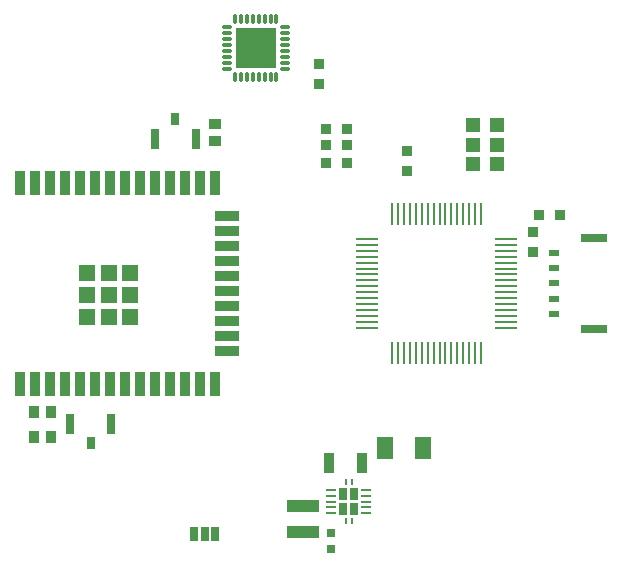
<source format=gtp>
G04*
G04 #@! TF.GenerationSoftware,Altium Limited,Altium Designer,22.3.1 (43)*
G04*
G04 Layer_Color=8421504*
%FSLAX25Y25*%
%MOIN*%
G70*
G04*
G04 #@! TF.SameCoordinates,81C90355-7C20-497C-A289-08F7F31E86F5*
G04*
G04*
G04 #@! TF.FilePolarity,Positive*
G04*
G01*
G75*
%ADD17R,0.02677X0.04134*%
%ADD18R,0.01024X0.01968*%
G04:AMPARAMS|DCode=19|XSize=11.02mil|YSize=33.47mil|CornerRadius=1.98mil|HoleSize=0mil|Usage=FLASHONLY|Rotation=0.000|XOffset=0mil|YOffset=0mil|HoleType=Round|Shape=RoundedRectangle|*
%AMROUNDEDRECTD19*
21,1,0.01102,0.02950,0,0,0.0*
21,1,0.00706,0.03347,0,0,0.0*
1,1,0.00397,0.00353,-0.01475*
1,1,0.00397,-0.00353,-0.01475*
1,1,0.00397,-0.00353,0.01475*
1,1,0.00397,0.00353,0.01475*
%
%ADD19ROUNDEDRECTD19*%
G04:AMPARAMS|DCode=20|XSize=11.02mil|YSize=33.47mil|CornerRadius=1.98mil|HoleSize=0mil|Usage=FLASHONLY|Rotation=270.000|XOffset=0mil|YOffset=0mil|HoleType=Round|Shape=RoundedRectangle|*
%AMROUNDEDRECTD20*
21,1,0.01102,0.02950,0,0,270.0*
21,1,0.00706,0.03347,0,0,270.0*
1,1,0.00397,-0.01475,-0.00353*
1,1,0.00397,-0.01475,0.00353*
1,1,0.00397,0.01475,0.00353*
1,1,0.00397,0.01475,-0.00353*
%
%ADD20ROUNDEDRECTD20*%
G04:AMPARAMS|DCode=21|XSize=135.83mil|YSize=135.83mil|CornerRadius=2.04mil|HoleSize=0mil|Usage=FLASHONLY|Rotation=180.000|XOffset=0mil|YOffset=0mil|HoleType=Round|Shape=RoundedRectangle|*
%AMROUNDEDRECTD21*
21,1,0.13583,0.13175,0,0,180.0*
21,1,0.13175,0.13583,0,0,180.0*
1,1,0.00408,-0.06588,0.06588*
1,1,0.00408,0.06588,0.06588*
1,1,0.00408,0.06588,-0.06588*
1,1,0.00408,-0.06588,-0.06588*
%
%ADD21ROUNDEDRECTD21*%
%ADD22R,0.08661X0.02953*%
%ADD23R,0.03543X0.02362*%
%ADD24R,0.10630X0.03937*%
%ADD25R,0.02500X0.05000*%
G04:AMPARAMS|DCode=26|XSize=9.06mil|YSize=31.5mil|CornerRadius=1mil|HoleSize=0mil|Usage=FLASHONLY|Rotation=90.000|XOffset=0mil|YOffset=0mil|HoleType=Round|Shape=RoundedRectangle|*
%AMROUNDEDRECTD26*
21,1,0.00906,0.02950,0,0,90.0*
21,1,0.00706,0.03150,0,0,90.0*
1,1,0.00200,0.01475,0.00353*
1,1,0.00200,0.01475,-0.00353*
1,1,0.00200,-0.01475,-0.00353*
1,1,0.00200,-0.01475,0.00353*
%
%ADD26ROUNDEDRECTD26*%
%ADD27R,0.04724X0.05118*%
%ADD28R,0.03150X0.06693*%
%ADD29R,0.03150X0.04331*%
%ADD30R,0.03543X0.03543*%
%ADD31R,0.00787X0.07284*%
G04:AMPARAMS|DCode=32|XSize=72.84mil|YSize=7.87mil|CornerRadius=0mil|HoleSize=0mil|Usage=FLASHONLY|Rotation=90.000|XOffset=0mil|YOffset=0mil|HoleType=Round|Shape=Octagon|*
%AMOCTAGOND32*
4,1,8,0.00197,0.03642,-0.00197,0.03642,-0.00394,0.03445,-0.00394,-0.03445,-0.00197,-0.03642,0.00197,-0.03642,0.00394,-0.03445,0.00394,0.03445,0.00197,0.03642,0.0*
%
%ADD32OCTAGOND32*%

%ADD33R,0.07284X0.00787*%
%ADD34R,0.05236X0.05236*%
%ADD35R,0.07874X0.03543*%
%ADD36R,0.03543X0.07874*%
%ADD37R,0.02756X0.02559*%
%ADD38R,0.05315X0.07480*%
%ADD39R,0.03740X0.06693*%
%ADD40R,0.03740X0.04134*%
%ADD41R,0.03543X0.04134*%
%ADD42R,0.04134X0.03543*%
%ADD43R,0.03543X0.03543*%
D17*
X165795Y62543D02*
D03*
X169339D02*
D03*
Y67543D02*
D03*
X165795D02*
D03*
D18*
X166583Y58626D02*
D03*
X168551D02*
D03*
Y71461D02*
D03*
X166583D02*
D03*
D19*
X143468Y225988D02*
D03*
X141500D02*
D03*
X139532D02*
D03*
X137563D02*
D03*
X135594D02*
D03*
X133626D02*
D03*
X131658D02*
D03*
X129689D02*
D03*
Y206500D02*
D03*
X131658D02*
D03*
X133626D02*
D03*
X135594D02*
D03*
X137563D02*
D03*
X139532D02*
D03*
X141500D02*
D03*
X143468D02*
D03*
D20*
X126835Y223134D02*
D03*
Y221165D02*
D03*
Y219197D02*
D03*
Y217228D02*
D03*
Y215260D02*
D03*
Y213291D02*
D03*
Y211323D02*
D03*
Y209354D02*
D03*
X146323D02*
D03*
Y211323D02*
D03*
Y213291D02*
D03*
Y215260D02*
D03*
Y217228D02*
D03*
Y219197D02*
D03*
Y221165D02*
D03*
Y223134D02*
D03*
D21*
X136579Y216244D02*
D03*
D22*
X249315Y152854D02*
D03*
Y122736D02*
D03*
D23*
X235929Y137795D02*
D03*
Y132677D02*
D03*
Y142913D02*
D03*
Y148031D02*
D03*
Y127559D02*
D03*
D24*
X152165Y63602D02*
D03*
Y54941D02*
D03*
D25*
X116000Y54227D02*
D03*
X119500D02*
D03*
X123000D02*
D03*
D26*
X173374Y68980D02*
D03*
Y67012D02*
D03*
Y65043D02*
D03*
Y63075D02*
D03*
Y61106D02*
D03*
X161760D02*
D03*
Y63075D02*
D03*
Y65043D02*
D03*
Y67012D02*
D03*
Y68980D02*
D03*
D27*
X209063Y184000D02*
D03*
X216937D02*
D03*
X209063Y177500D02*
D03*
X216937D02*
D03*
X209063Y190500D02*
D03*
X216937D02*
D03*
D28*
X116500Y186000D02*
D03*
X103114D02*
D03*
X88193Y91000D02*
D03*
X74807D02*
D03*
D29*
X109807Y192496D02*
D03*
X81500Y84504D02*
D03*
D30*
X166846Y178000D02*
D03*
X160154D02*
D03*
X166846Y189272D02*
D03*
X160154D02*
D03*
X166846Y184000D02*
D03*
X160154D02*
D03*
X231154Y160500D02*
D03*
X237846D02*
D03*
D31*
X187992Y114567D02*
D03*
X186024D02*
D03*
X189961D02*
D03*
X191929D02*
D03*
X193898D02*
D03*
X195866D02*
D03*
X197835D02*
D03*
X199803D02*
D03*
X201772D02*
D03*
X203740D02*
D03*
X205709D02*
D03*
X184055D02*
D03*
X211614D02*
D03*
X209646D02*
D03*
X207677D02*
D03*
X186024Y161024D02*
D03*
X184055D02*
D03*
X182087D02*
D03*
X209646D02*
D03*
X211614D02*
D03*
X187992D02*
D03*
X189961D02*
D03*
X191929D02*
D03*
X193898D02*
D03*
X195866D02*
D03*
X197835D02*
D03*
X199803D02*
D03*
X201772D02*
D03*
X203740D02*
D03*
X207677D02*
D03*
X205709D02*
D03*
D32*
X182087Y114567D02*
D03*
D33*
X220079Y148622D02*
D03*
Y150591D02*
D03*
Y152559D02*
D03*
Y125000D02*
D03*
Y123032D02*
D03*
Y146654D02*
D03*
Y144685D02*
D03*
Y142717D02*
D03*
Y140748D02*
D03*
Y138780D02*
D03*
Y136811D02*
D03*
Y134843D02*
D03*
Y132874D02*
D03*
Y130906D02*
D03*
Y126969D02*
D03*
Y128937D02*
D03*
X173622Y126969D02*
D03*
Y125000D02*
D03*
Y123032D02*
D03*
Y150591D02*
D03*
Y152559D02*
D03*
Y128937D02*
D03*
Y130906D02*
D03*
Y132874D02*
D03*
Y134843D02*
D03*
Y136811D02*
D03*
Y138780D02*
D03*
Y140748D02*
D03*
Y142717D02*
D03*
Y144685D02*
D03*
Y148622D02*
D03*
Y146654D02*
D03*
D34*
X94783Y141083D02*
D03*
Y133858D02*
D03*
Y126634D02*
D03*
X87559Y141083D02*
D03*
Y133858D02*
D03*
Y126634D02*
D03*
X80335Y141083D02*
D03*
Y133858D02*
D03*
Y126634D02*
D03*
D35*
X126969Y160295D02*
D03*
Y155295D02*
D03*
Y150295D02*
D03*
Y145295D02*
D03*
Y140295D02*
D03*
Y135295D02*
D03*
Y130295D02*
D03*
Y125295D02*
D03*
Y120295D02*
D03*
Y115295D02*
D03*
D36*
X58032Y171260D02*
D03*
X63032D02*
D03*
X68032D02*
D03*
X73032D02*
D03*
X78032D02*
D03*
X83032D02*
D03*
X88032D02*
D03*
X93032D02*
D03*
X98032D02*
D03*
X103032D02*
D03*
X108032D02*
D03*
X113032D02*
D03*
X118032D02*
D03*
X123032D02*
D03*
Y104331D02*
D03*
X118032D02*
D03*
X113032D02*
D03*
X108032D02*
D03*
X103032D02*
D03*
X98032D02*
D03*
X93032D02*
D03*
X88032D02*
D03*
X83032D02*
D03*
X78032D02*
D03*
X73032D02*
D03*
X68032D02*
D03*
X63032D02*
D03*
X58032D02*
D03*
D37*
X161500Y49343D02*
D03*
Y54658D02*
D03*
D38*
X192366Y83043D02*
D03*
X179768D02*
D03*
D39*
X172012Y78000D02*
D03*
X160988D02*
D03*
D40*
X68354Y86500D02*
D03*
X62646D02*
D03*
D41*
X68354Y95000D02*
D03*
X62646D02*
D03*
D42*
X123000Y185146D02*
D03*
Y190854D02*
D03*
D43*
X229000Y148154D02*
D03*
Y154846D02*
D03*
X187000Y181846D02*
D03*
Y175154D02*
D03*
X157500Y204154D02*
D03*
Y210846D02*
D03*
M02*

</source>
